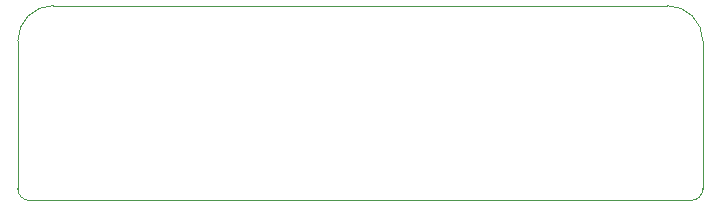
<source format=gbr>
G04 (created by PCBNEW (2013-jul-07)-stable) date Wed 26 Aug 2015 08:58:33 PM EDT*
%MOIN*%
G04 Gerber Fmt 3.4, Leading zero omitted, Abs format*
%FSLAX34Y34*%
G01*
G70*
G90*
G04 APERTURE LIST*
%ADD10C,0.00590551*%
%ADD11C,0.00393701*%
G04 APERTURE END LIST*
G54D10*
G54D11*
X114173Y-52559D02*
G75*
G03X114566Y-52165I0J393D01*
G74*
G01*
X92125Y-52559D02*
X114173Y-52559D01*
X91732Y-52165D02*
G75*
G03X92125Y-52559I393J0D01*
G74*
G01*
X91732Y-52165D02*
X91732Y-47244D01*
X114566Y-47244D02*
X114566Y-52165D01*
X92913Y-46062D02*
X113385Y-46062D01*
X114566Y-47244D02*
G75*
G03X113385Y-46062I-1181J0D01*
G74*
G01*
X92913Y-46062D02*
G75*
G03X91732Y-47244I0J-1181D01*
G74*
G01*
M02*

</source>
